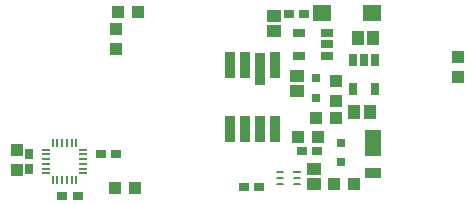
<source format=gbp>
%FSLAX25Y25*%
%MOIN*%
G70*
G01*
G75*
G04 Layer_Color=128*
%ADD10R,0.02008X0.01575*%
%ADD11R,0.05315X0.01575*%
%ADD12R,0.07480X0.03937*%
%ADD13R,0.03937X0.04331*%
%ADD14R,0.05709X0.06299*%
%ADD15R,0.06693X0.05906*%
%ADD16R,0.05906X0.06693*%
%ADD17R,0.06614X0.03150*%
%ADD18R,0.05512X0.05079*%
%ADD19R,0.05118X0.05079*%
%ADD20R,0.03543X0.02756*%
%ADD21R,0.02756X0.03543*%
%ADD22R,0.05906X0.05118*%
%ADD23R,0.02953X0.05512*%
%ADD24O,0.00787X0.02756*%
%ADD25O,0.02756X0.00787*%
%ADD26R,0.20276X0.20276*%
%ADD27C,0.04000*%
%ADD28C,0.00800*%
%ADD29C,0.03347*%
%ADD30C,0.06000*%
%ADD31R,0.06000X0.06000*%
G04:AMPARAMS|DCode=32|XSize=59.06mil|YSize=74.8mil|CornerRadius=14.76mil|HoleSize=0mil|Usage=FLASHONLY|Rotation=270.000|XOffset=0mil|YOffset=0mil|HoleType=Round|Shape=RoundedRectangle|*
%AMROUNDEDRECTD32*
21,1,0.05906,0.04528,0,0,270.0*
21,1,0.02953,0.07480,0,0,270.0*
1,1,0.02953,-0.02264,-0.01476*
1,1,0.02953,-0.02264,0.01476*
1,1,0.02953,0.02264,0.01476*
1,1,0.02953,0.02264,-0.01476*
%
%ADD32ROUNDEDRECTD32*%
%ADD33C,0.05709*%
%ADD34C,0.05906*%
%ADD35C,0.03937*%
%ADD36C,0.02400*%
%ADD37C,0.04000*%
%ADD38C,0.06756*%
G04:AMPARAMS|DCode=39|XSize=87.559mil|YSize=87.559mil|CornerRadius=0mil|HoleSize=0mil|Usage=FLASHONLY|Rotation=0.000|XOffset=0mil|YOffset=0mil|HoleType=Round|Shape=Relief|Width=10mil|Gap=10mil|Entries=4|*
%AMTHD39*
7,0,0,0.08756,0.06756,0.01000,45*
%
%ADD39THD39*%
%ADD40C,0.07000*%
%ADD41C,0.07543*%
G04:AMPARAMS|DCode=42|XSize=95.433mil|YSize=95.433mil|CornerRadius=0mil|HoleSize=0mil|Usage=FLASHONLY|Rotation=0.000|XOffset=0mil|YOffset=0mil|HoleType=Round|Shape=Relief|Width=10mil|Gap=10mil|Entries=4|*
%AMTHD42*
7,0,0,0.09543,0.07543,0.01000,45*
%
%ADD42THD42*%
%ADD43O,0.09118X0.07150*%
%ADD44C,0.07347*%
%ADD45C,0.06559*%
%ADD46C,0.05969*%
G04:AMPARAMS|DCode=47|XSize=79.685mil|YSize=79.685mil|CornerRadius=0mil|HoleSize=0mil|Usage=FLASHONLY|Rotation=0.000|XOffset=0mil|YOffset=0mil|HoleType=Round|Shape=Relief|Width=10mil|Gap=10mil|Entries=4|*
%AMTHD47*
7,0,0,0.07969,0.05969,0.01000,45*
%
%ADD47THD47*%
G04:AMPARAMS|DCode=48|XSize=90mil|YSize=90mil|CornerRadius=0mil|HoleSize=0mil|Usage=FLASHONLY|Rotation=0.000|XOffset=0mil|YOffset=0mil|HoleType=Round|Shape=Relief|Width=10mil|Gap=10mil|Entries=4|*
%AMTHD48*
7,0,0,0.09000,0.07000,0.01000,45*
%
%ADD48THD48*%
%ADD49C,0.05200*%
G04:AMPARAMS|DCode=50|XSize=72mil|YSize=72mil|CornerRadius=0mil|HoleSize=0mil|Usage=FLASHONLY|Rotation=0.000|XOffset=0mil|YOffset=0mil|HoleType=Round|Shape=Relief|Width=10mil|Gap=10mil|Entries=4|*
%AMTHD50*
7,0,0,0.07200,0.05200,0.01000,45*
%
%ADD50THD50*%
%ADD51R,0.04331X0.03937*%
%ADD52R,0.03150X0.03150*%
%ADD53R,0.03543X0.08858*%
%ADD54R,0.03543X0.11024*%
%ADD55R,0.02559X0.00787*%
%ADD56R,0.00787X0.02559*%
G04:AMPARAMS|DCode=57|XSize=9.84mil|YSize=29.53mil|CornerRadius=2.46mil|HoleSize=0mil|Usage=FLASHONLY|Rotation=90.000|XOffset=0mil|YOffset=0mil|HoleType=Round|Shape=RoundedRectangle|*
%AMROUNDEDRECTD57*
21,1,0.00984,0.02461,0,0,90.0*
21,1,0.00492,0.02953,0,0,90.0*
1,1,0.00492,0.01230,0.00246*
1,1,0.00492,0.01230,-0.00246*
1,1,0.00492,-0.01230,-0.00246*
1,1,0.00492,-0.01230,0.00246*
%
%ADD57ROUNDEDRECTD57*%
G04:AMPARAMS|DCode=58|XSize=9.84mil|YSize=23.62mil|CornerRadius=2.46mil|HoleSize=0mil|Usage=FLASHONLY|Rotation=90.000|XOffset=0mil|YOffset=0mil|HoleType=Round|Shape=RoundedRectangle|*
%AMROUNDEDRECTD58*
21,1,0.00984,0.01870,0,0,90.0*
21,1,0.00492,0.02362,0,0,90.0*
1,1,0.00492,0.00935,0.00246*
1,1,0.00492,0.00935,-0.00246*
1,1,0.00492,-0.00935,-0.00246*
1,1,0.00492,-0.00935,0.00246*
%
%ADD58ROUNDEDRECTD58*%
%ADD59R,0.05000X0.04000*%
%ADD60R,0.02559X0.04331*%
%ADD61R,0.05512X0.08661*%
%ADD62R,0.05512X0.03543*%
%ADD63R,0.04000X0.05000*%
%ADD64R,0.05906X0.05512*%
%ADD65R,0.04331X0.02559*%
%ADD66C,0.02000*%
%ADD67C,0.01000*%
%ADD68C,0.01500*%
%ADD69C,0.00984*%
%ADD70C,0.00787*%
%ADD71C,0.00394*%
%ADD72R,0.06276X0.06276*%
%ADD73R,0.02808X0.02375*%
%ADD74R,0.06115X0.02375*%
%ADD75R,0.08280X0.04737*%
%ADD76R,0.04737X0.05131*%
%ADD77R,0.06509X0.07099*%
%ADD78R,0.07493X0.06706*%
%ADD79R,0.06706X0.07493*%
%ADD80R,0.07414X0.03950*%
%ADD81R,0.06312X0.05879*%
%ADD82R,0.05918X0.05879*%
%ADD83R,0.04343X0.03556*%
%ADD84R,0.03556X0.04343*%
%ADD85R,0.06706X0.05918*%
%ADD86R,0.03753X0.06312*%
%ADD87O,0.01587X0.03556*%
%ADD88O,0.03556X0.01587*%
%ADD89R,0.21076X0.21076*%
%ADD90C,0.05000*%
%ADD91C,0.04147*%
%ADD92C,0.06800*%
%ADD93R,0.06800X0.06800*%
G04:AMPARAMS|DCode=94|XSize=67.06mil|YSize=82.8mil|CornerRadius=18.76mil|HoleSize=0mil|Usage=FLASHONLY|Rotation=270.000|XOffset=0mil|YOffset=0mil|HoleType=Round|Shape=RoundedRectangle|*
%AMROUNDEDRECTD94*
21,1,0.06706,0.04528,0,0,270.0*
21,1,0.02953,0.08280,0,0,270.0*
1,1,0.03753,-0.02264,-0.01476*
1,1,0.03753,-0.02264,0.01476*
1,1,0.03753,0.02264,0.01476*
1,1,0.03753,0.02264,-0.01476*
%
%ADD94ROUNDEDRECTD94*%
%ADD95C,0.06509*%
%ADD96C,0.06706*%
%ADD97C,0.04737*%
%ADD98C,0.03200*%
%ADD99R,0.05131X0.04737*%
%ADD100R,0.03950X0.03950*%
%ADD101R,0.04343X0.09658*%
%ADD102R,0.04343X0.11824*%
%ADD103R,0.03359X0.01587*%
%ADD104R,0.01587X0.03359*%
G04:AMPARAMS|DCode=105|XSize=17.84mil|YSize=37.53mil|CornerRadius=6.46mil|HoleSize=0mil|Usage=FLASHONLY|Rotation=90.000|XOffset=0mil|YOffset=0mil|HoleType=Round|Shape=RoundedRectangle|*
%AMROUNDEDRECTD105*
21,1,0.01784,0.02461,0,0,90.0*
21,1,0.00492,0.03753,0,0,90.0*
1,1,0.01292,0.01230,0.00246*
1,1,0.01292,0.01230,-0.00246*
1,1,0.01292,-0.01230,-0.00246*
1,1,0.01292,-0.01230,0.00246*
%
%ADD105ROUNDEDRECTD105*%
G04:AMPARAMS|DCode=106|XSize=17.84mil|YSize=31.62mil|CornerRadius=6.46mil|HoleSize=0mil|Usage=FLASHONLY|Rotation=90.000|XOffset=0mil|YOffset=0mil|HoleType=Round|Shape=RoundedRectangle|*
%AMROUNDEDRECTD106*
21,1,0.01784,0.01870,0,0,90.0*
21,1,0.00492,0.03162,0,0,90.0*
1,1,0.01292,0.00935,0.00246*
1,1,0.01292,0.00935,-0.00246*
1,1,0.01292,-0.00935,-0.00246*
1,1,0.01292,-0.00935,0.00246*
%
%ADD106ROUNDEDRECTD106*%
%ADD107R,0.05800X0.04800*%
%ADD108R,0.03359X0.05131*%
%ADD109R,0.06312X0.09461*%
%ADD110R,0.06312X0.04343*%
%ADD111R,0.04800X0.05800*%
%ADD112R,0.06706X0.06312*%
%ADD113R,0.05131X0.03359*%
D13*
X-16200Y-52446D02*
D03*
Y-45753D02*
D03*
X89900Y-29447D02*
D03*
Y-22754D02*
D03*
X16600Y-5454D02*
D03*
Y-12146D02*
D03*
X130800Y-14853D02*
D03*
Y-21546D02*
D03*
D20*
X59241Y-58100D02*
D03*
X64359D02*
D03*
X-1159Y-61100D02*
D03*
X3959D02*
D03*
X16859Y-47100D02*
D03*
X11741D02*
D03*
X78741Y-46100D02*
D03*
X83859D02*
D03*
X79359Y-600D02*
D03*
X74241D02*
D03*
D21*
X-12200Y-47041D02*
D03*
Y-52159D02*
D03*
D51*
X89354Y-57200D02*
D03*
X96047D02*
D03*
X84146Y-41600D02*
D03*
X77454D02*
D03*
X83454Y-35100D02*
D03*
X90146D02*
D03*
X23146Y-58600D02*
D03*
X16454D02*
D03*
X24147Y200D02*
D03*
X17454D02*
D03*
D52*
X83300Y-28348D02*
D03*
Y-21852D02*
D03*
X91800Y-49848D02*
D03*
Y-43352D02*
D03*
D53*
X69761Y-38663D02*
D03*
X64839D02*
D03*
X59721D02*
D03*
X54800D02*
D03*
X69761Y-17600D02*
D03*
X59721D02*
D03*
X54800D02*
D03*
D54*
X64839Y-18683D02*
D03*
D55*
X5729Y-45663D02*
D03*
Y-47238D02*
D03*
Y-48812D02*
D03*
Y-50387D02*
D03*
Y-51962D02*
D03*
Y-53537D02*
D03*
X-6672D02*
D03*
Y-51962D02*
D03*
Y-50387D02*
D03*
Y-48812D02*
D03*
Y-47238D02*
D03*
Y-45663D02*
D03*
D56*
X3465Y-55801D02*
D03*
X1891D02*
D03*
X316D02*
D03*
X-1259D02*
D03*
X-2834D02*
D03*
X-4409D02*
D03*
Y-43399D02*
D03*
X-2834D02*
D03*
X-1259D02*
D03*
X316D02*
D03*
X1891D02*
D03*
X3465D02*
D03*
D57*
X76938Y-53131D02*
D03*
D58*
X77135Y-55100D02*
D03*
Y-57069D02*
D03*
X71465D02*
D03*
Y-55100D02*
D03*
Y-53131D02*
D03*
D59*
X82800Y-51950D02*
D03*
Y-57250D02*
D03*
X77100Y-20950D02*
D03*
Y-26250D02*
D03*
X69300Y-6250D02*
D03*
Y-950D02*
D03*
D60*
X95560Y-25324D02*
D03*
X103040D02*
D03*
Y-15876D02*
D03*
X99300D02*
D03*
X95560D02*
D03*
D61*
X102300Y-43557D02*
D03*
D62*
Y-53596D02*
D03*
D63*
X102550Y-8500D02*
D03*
X97250D02*
D03*
X101450Y-33100D02*
D03*
X96150D02*
D03*
D64*
X85532Y-100D02*
D03*
X102068D02*
D03*
D65*
X77576Y-6860D02*
D03*
Y-14340D02*
D03*
X87024D02*
D03*
Y-10600D02*
D03*
Y-6860D02*
D03*
M02*

</source>
